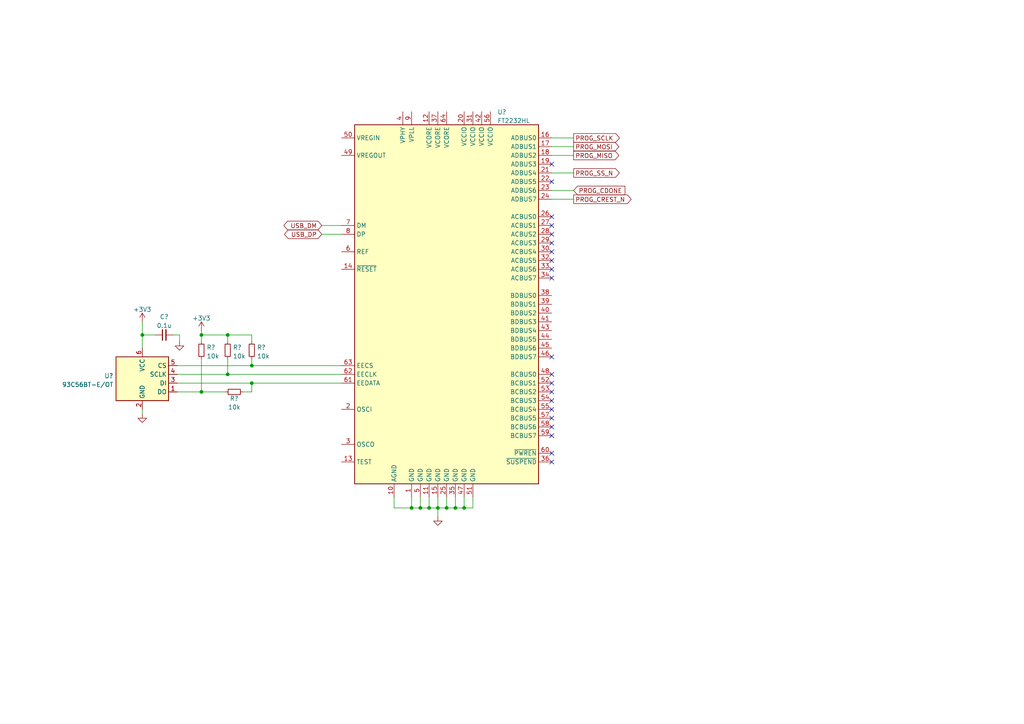
<source format=kicad_sch>
(kicad_sch (version 20211123) (generator eeschema)
  (paper "A4")
  (lib_symbols
    (symbol "Arduino Shields:93C56BT-E{slash}OT"
      (property "Reference" "U?" (at -8.3819 -0.4353 0))
      (property "Value" "93C56BT-E/OT" (at -8.3819 -2.9722 0))
      (symbol "93C56BT-E{slash}OT_1_1"
        (rectangle (start -7.62 5.08) (end 7.62 -7.62) (stroke (width 0.254)) (fill (type background)))
        (pin tri_state line (at 10.16 -5.08 180) (length 2.54) (name "DO") (number "1"))
        (pin power_in line (at 0 -10.16 90) (length 2.54) (name "GND") (number "2"))
        (pin input line (at 10.16 -2.54 180) (length 2.54) (name "DI") (number "3"))
        (pin input line (at 10.16 0 180) (length 2.54) (name "SCLK") (number "4"))
        (pin input line (at 10.16 2.54 180) (length 2.54) (name "CS") (number "5"))
        (pin power_in line (at 0 7.62 270) (length 2.54) (name "VCC") (number "6"))
      )
    )
    (symbol "Device:C_Small" (pin_numbers hide) (pin_names (offset 0.254) hide)
      (property "Reference" "C" (at 0.254 1.778 0))
      (property "Value" "C_Small" (at 0.254 -2.032 0))
      (symbol "C_Small_0_1"
        (polyline (pts (xy -1.524 -0.508) (xy 1.524 -0.508)) (stroke (width 0.3302)))
        (polyline (pts (xy -1.524 0.508) (xy 1.524 0.508)) (stroke (width 0.3048)))
      )
      (symbol "C_Small_1_1"
        (pin passive line (at 0 2.54 270) (length 2.032) (name "~") (number "1"))
        (pin passive line (at 0 -2.54 90) (length 2.032) (name "~") (number "2"))
      )
    )
    (symbol "Device:R_Small" (pin_numbers hide) (pin_names (offset 0.254) hide)
      (property "Reference" "R" (at 0.762 0.508 0))
      (property "Value" "R_Small" (at 0.762 -1.016 0))
      (symbol "R_Small_0_1"
        (rectangle (start -0.762 1.778) (end 0.762 -1.778) (stroke (width 0.2032)))
      )
      (symbol "R_Small_1_1"
        (pin passive line (at 0 2.54 270) (length 0.762) (name "~") (number "1"))
        (pin passive line (at 0 -2.54 90) (length 0.762) (name "~") (number "2"))
      )
    )
    (symbol "Interface_USB:FT2232HL"
      (property "Reference" "U" (at -26.67 53.34 0))
      (property "Value" "FT2232HL" (at 19.05 53.34 0))
      (symbol "FT2232HL_0_1"
        (rectangle (start -26.67 -52.07) (end 26.67 52.07) (stroke (width 0.254)) (fill (type background)))
      )
      (symbol "FT2232HL_1_1"
        (pin power_in line (at -10.16 -55.88 90) (length 3.81) (name "GND") (number "1"))
        (pin power_in line (at -15.24 -55.88 90) (length 3.81) (name "AGND") (number "10"))
        (pin power_in line (at -5.08 -55.88 90) (length 3.81) (name "GND") (number "11"))
        (pin power_in line (at -5.08 55.88 270) (length 3.81) (name "VCORE") (number "12"))
        (pin input line (at -30.48 -45.72 0) (length 3.81) (name "TEST") (number "13"))
        (pin input line (at -30.48 10.16 0) (length 3.81) (name "~{RESET}") (number "14"))
        (pin power_in line (at -2.54 -55.88 90) (length 3.81) (name "GND") (number "15"))
        (pin bidirectional line (at 30.48 48.26 180) (length 3.81) (name "ADBUS0") (number "16"))
        (pin bidirectional line (at 30.48 45.72 180) (length 3.81) (name "ADBUS1") (number "17"))
        (pin bidirectional line (at 30.48 43.18 180) (length 3.81) (name "ADBUS2") (number "18"))
        (pin bidirectional line (at 30.48 40.64 180) (length 3.81) (name "ADBUS3") (number "19"))
        (pin input line (at -30.48 -30.48 0) (length 3.81) (name "OSCI") (number "2"))
        (pin power_in line (at 5.08 55.88 270) (length 3.81) (name "VCCIO") (number "20"))
        (pin bidirectional line (at 30.48 38.1 180) (length 3.81) (name "ADBUS4") (number "21"))
        (pin bidirectional line (at 30.48 35.56 180) (length 3.81) (name "ADBUS5") (number "22"))
        (pin bidirectional line (at 30.48 33.02 180) (length 3.81) (name "ADBUS6") (number "23"))
        (pin bidirectional line (at 30.48 30.48 180) (length 3.81) (name "ADBUS7") (number "24"))
        (pin power_in line (at 0 -55.88 90) (length 3.81) (name "GND") (number "25"))
        (pin bidirectional line (at 30.48 25.4 180) (length 3.81) (name "ACBUS0") (number "26"))
        (pin bidirectional line (at 30.48 22.86 180) (length 3.81) (name "ACBUS1") (number "27"))
        (pin bidirectional line (at 30.48 20.32 180) (length 3.81) (name "ACBUS2") (number "28"))
        (pin bidirectional line (at 30.48 17.78 180) (length 3.81) (name "ACBUS3") (number "29"))
        (pin output line (at -30.48 -40.64 0) (length 3.81) (name "OSCO") (number "3"))
        (pin bidirectional line (at 30.48 15.24 180) (length 3.81) (name "ACBUS4") (number "30"))
        (pin power_in line (at 7.62 55.88 270) (length 3.81) (name "VCCIO") (number "31"))
        (pin bidirectional line (at 30.48 12.7 180) (length 3.81) (name "ACBUS5") (number "32"))
        (pin bidirectional line (at 30.48 10.16 180) (length 3.81) (name "ACBUS6") (number "33"))
        (pin bidirectional line (at 30.48 7.62 180) (length 3.81) (name "ACBUS7") (number "34"))
        (pin power_in line (at 2.54 -55.88 90) (length 3.81) (name "GND") (number "35"))
        (pin output line (at 30.48 -45.72 180) (length 3.81) (name "~{SUSPEND}") (number "36"))
        (pin power_in line (at -2.54 55.88 270) (length 3.81) (name "VCORE") (number "37"))
        (pin bidirectional line (at 30.48 2.54 180) (length 3.81) (name "BDBUS0") (number "38"))
        (pin bidirectional line (at 30.48 0 180) (length 3.81) (name "BDBUS1") (number "39"))
        (pin power_in line (at -12.7 55.88 270) (length 3.81) (name "VPHY") (number "4"))
        (pin bidirectional line (at 30.48 -2.54 180) (length 3.81) (name "BDBUS2") (number "40"))
        (pin bidirectional line (at 30.48 -5.08 180) (length 3.81) (name "BDBUS3") (number "41"))
        (pin power_in line (at 10.16 55.88 270) (length 3.81) (name "VCCIO") (number "42"))
        (pin bidirectional line (at 30.48 -7.62 180) (length 3.81) (name "BDBUS4") (number "43"))
        (pin bidirectional line (at 30.48 -10.16 180) (length 3.81) (name "BDBUS5") (number "44"))
        (pin bidirectional line (at 30.48 -12.7 180) (length 3.81) (name "BDBUS6") (number "45"))
        (pin bidirectional line (at 30.48 -15.24 180) (length 3.81) (name "BDBUS7") (number "46"))
        (pin power_in line (at 5.08 -55.88 90) (length 3.81) (name "GND") (number "47"))
        (pin bidirectional line (at 30.48 -20.32 180) (length 3.81) (name "BCBUS0") (number "48"))
        (pin power_out line (at -30.48 43.18 0) (length 3.81) (name "VREGOUT") (number "49"))
        (pin power_in line (at -7.62 -55.88 90) (length 3.81) (name "GND") (number "5"))
        (pin power_in line (at -30.48 48.26 0) (length 3.81) (name "VREGIN") (number "50"))
        (pin power_in line (at 7.62 -55.88 90) (length 3.81) (name "GND") (number "51"))
        (pin bidirectional line (at 30.48 -22.86 180) (length 3.81) (name "BCBUS1") (number "52"))
        (pin bidirectional line (at 30.48 -25.4 180) (length 3.81) (name "BCBUS2") (number "53"))
        (pin bidirectional line (at 30.48 -27.94 180) (length 3.81) (name "BCBUS3") (number "54"))
        (pin bidirectional line (at 30.48 -30.48 180) (length 3.81) (name "BCBUS4") (number "55"))
        (pin power_in line (at 12.7 55.88 270) (length 3.81) (name "VCCIO") (number "56"))
        (pin bidirectional line (at 30.48 -33.02 180) (length 3.81) (name "BCBUS5") (number "57"))
        (pin bidirectional line (at 30.48 -35.56 180) (length 3.81) (name "BCBUS6") (number "58"))
        (pin bidirectional line (at 30.48 -38.1 180) (length 3.81) (name "BCBUS7") (number "59"))
        (pin output line (at -30.48 15.24 0) (length 3.81) (name "REF") (number "6"))
        (pin output line (at 30.48 -43.18 180) (length 3.81) (name "~{PWREN}") (number "60"))
        (pin bidirectional line (at -30.48 -22.86 0) (length 3.81) (name "EEDATA") (number "61"))
        (pin output line (at -30.48 -20.32 0) (length 3.81) (name "EECLK") (number "62"))
        (pin output line (at -30.48 -17.78 0) (length 3.81) (name "EECS") (number "63"))
        (pin power_in line (at 0 55.88 270) (length 3.81) (name "VCORE") (number "64"))
        (pin bidirectional line (at -30.48 22.86 0) (length 3.81) (name "DM") (number "7"))
        (pin bidirectional line (at -30.48 20.32 0) (length 3.81) (name "DP") (number "8"))
        (pin input line (at -10.16 55.88 270) (length 3.81) (name "VPLL") (number "9"))
      )
    )
    (symbol "power:+3V3" (power) (pin_names (offset 0))
      (property "Value" "+3V3" (at 0 3.556 0))
      (symbol "+3V3_0_1"
        (polyline (pts (xy -0.762 1.27) (xy 0 2.54)))
        (polyline (pts (xy 0 0) (xy 0 2.54)))
        (polyline (pts (xy 0 2.54) (xy 0.762 1.27)))
      )
      (symbol "+3V3_1_1"
        (pin power_in line (at 0 0 90) (length 0) hide (name "+3V3") (number "1"))
      )
    )
    (symbol "power:GND" (power) (pin_names (offset 0))
      (property "Value" "GND" (at 0 -3.81 0))
      (symbol "GND_0_1"
        (polyline (pts (xy 0 0) (xy 0 -1.27) (xy 1.27 -1.27) (xy 0 -2.54) (xy -1.27 -1.27) (xy 0 -1.27)))
      )
      (symbol "GND_1_1"
        (pin power_in line (at 0 0 270) (length 0) hide (name "GND") (number "1"))
      )
    )
  )
  (junction (at 121.92 147.32))
  (junction (at 134.62 147.32))
  (junction (at 58.42 97.155))
  (junction (at 41.275 97.155))
  (junction (at 129.54 147.32))
  (junction (at 119.38 147.32))
  (junction (at 124.46 147.32))
  (junction (at 66.04 97.155))
  (junction (at 127 147.32))
  (junction (at 66.04 108.585))
  (junction (at 73.025 111.125))
  (junction (at 58.42 113.665))
  (junction (at 132.08 147.32))
  (junction (at 73.025 106.045))
  (no_connect (at 160.02 67.945))
  (no_connect (at 160.02 113.665))
  (no_connect (at 160.02 73.025))
  (no_connect (at 160.02 123.825))
  (no_connect (at 160.02 65.405))
  (no_connect (at 160.02 80.645))
  (no_connect (at 160.02 126.365))
  (no_connect (at 160.02 62.865))
  (no_connect (at 160.02 108.585))
  (no_connect (at 160.02 111.125))
  (no_connect (at 160.02 47.625))
  (no_connect (at 160.02 103.505))
  (no_connect (at 160.02 75.565))
  (no_connect (at 160.02 70.485))
  (no_connect (at 160.02 118.745))
  (no_connect (at 160.02 121.285))
  (no_connect (at 160.02 52.705))
  (no_connect (at 160.02 78.105))
  (no_connect (at 160.02 131.445))
  (no_connect (at 160.02 116.205))
  (no_connect (at 160.02 133.985))
  (wire (pts (xy 121.92 147.32) (xy 124.46 147.32)))
  (wire (pts (xy 132.08 147.32) (xy 134.62 147.32)))
  (wire (pts (xy 51.435 108.585) (xy 66.04 108.585)))
  (wire (pts (xy 119.38 144.145) (xy 119.38 147.32)))
  (wire (pts (xy 58.42 104.14) (xy 58.42 113.665)))
  (wire (pts (xy 66.04 108.585) (xy 99.06 108.585)))
  (wire (pts (xy 73.025 113.665) (xy 73.025 111.125)))
  (wire (pts (xy 58.42 97.155) (xy 58.42 95.885)))
  (wire (pts (xy 58.42 113.665) (xy 65.405 113.665)))
  (wire (pts (xy 129.54 147.32) (xy 132.08 147.32)))
  (wire (pts (xy 137.16 147.32) (xy 137.16 144.145)))
  (wire (pts (xy 58.42 97.155) (xy 58.42 99.06)))
  (wire (pts (xy 66.04 97.155) (xy 58.42 97.155)))
  (wire (pts (xy 134.62 144.145) (xy 134.62 147.32)))
  (wire (pts (xy 127 144.145) (xy 127 147.32)))
  (wire (pts (xy 66.04 97.155) (xy 66.04 99.06)))
  (wire (pts (xy 129.54 144.145) (xy 129.54 147.32)))
  (wire (pts (xy 124.46 144.145) (xy 124.46 147.32)))
  (wire (pts (xy 45.085 97.155) (xy 41.275 97.155)))
  (wire (pts (xy 93.345 65.405) (xy 99.06 65.405)))
  (wire (pts (xy 127 147.32) (xy 127 149.86)))
  (wire (pts (xy 73.025 97.155) (xy 66.04 97.155)))
  (wire (pts (xy 73.025 104.14) (xy 73.025 106.045)))
  (wire (pts (xy 160.02 57.785) (xy 166.37 57.785)))
  (wire (pts (xy 51.435 111.125) (xy 73.025 111.125)))
  (wire (pts (xy 124.46 147.32) (xy 127 147.32)))
  (wire (pts (xy 132.08 144.145) (xy 132.08 147.32)))
  (wire (pts (xy 73.025 106.045) (xy 99.06 106.045)))
  (wire (pts (xy 93.345 67.945) (xy 99.06 67.945)))
  (wire (pts (xy 160.02 50.165) (xy 166.37 50.165)))
  (wire (pts (xy 160.02 45.085) (xy 166.37 45.085)))
  (wire (pts (xy 73.025 99.06) (xy 73.025 97.155)))
  (wire (pts (xy 114.3 147.32) (xy 119.38 147.32)))
  (wire (pts (xy 52.07 97.155) (xy 52.07 99.06)))
  (wire (pts (xy 51.435 113.665) (xy 58.42 113.665)))
  (wire (pts (xy 160.02 40.005) (xy 166.37 40.005)))
  (wire (pts (xy 51.435 106.045) (xy 73.025 106.045)))
  (wire (pts (xy 127 147.32) (xy 129.54 147.32)))
  (wire (pts (xy 114.3 147.32) (xy 114.3 144.145)))
  (wire (pts (xy 41.275 97.155) (xy 41.275 100.965)))
  (wire (pts (xy 121.92 144.145) (xy 121.92 147.32)))
  (wire (pts (xy 41.275 97.155) (xy 41.275 93.345)))
  (wire (pts (xy 50.165 97.155) (xy 52.07 97.155)))
  (wire (pts (xy 160.02 42.545) (xy 166.37 42.545)))
  (wire (pts (xy 160.02 55.245) (xy 166.37 55.245)))
  (wire (pts (xy 73.025 111.125) (xy 99.06 111.125)))
  (wire (pts (xy 119.38 147.32) (xy 121.92 147.32)))
  (wire (pts (xy 70.485 113.665) (xy 73.025 113.665)))
  (wire (pts (xy 66.04 104.14) (xy 66.04 108.585)))
  (wire (pts (xy 134.62 147.32) (xy 137.16 147.32)))
  (wire (pts (xy 41.275 118.745) (xy 41.275 120.015)))
  (global_label "USB_DM" (shape bidirectional) (at 93.345 65.405 180) (property "Intersheet References" "${INTERSHEET_REFS}" (effects hide)))
  (global_label "PROG_SCLK" (shape output) (at 166.37 40.005 0) (property "Intersheet References" "${INTERSHEET_REFS}" (effects hide)))
  (global_label "USB_DP" (shape bidirectional) (at 93.345 67.945 180) (property "Intersheet References" "${INTERSHEET_REFS}" (effects hide)))
  (global_label "PROG_MOSI" (shape output) (at 166.37 42.545 0) (property "Intersheet References" "${INTERSHEET_REFS}" (effects hide)))
  (global_label "PROG_MISO" (shape output) (at 166.37 45.085 0) (property "Intersheet References" "${INTERSHEET_REFS}" (effects hide)))
  (global_label "PROG_CREST_N" (shape output) (at 166.37 57.785 0) (property "Intersheet References" "${INTERSHEET_REFS}" (effects hide)))
  (global_label "PROG_CDONE" (shape input) (at 166.37 55.245 0) (property "Intersheet References" "${INTERSHEET_REFS}" (effects hide)))
  (global_label "PROG_SS_N" (shape output) (at 166.37 50.165 0) (property "Intersheet References" "${INTERSHEET_REFS}" (effects hide)))
  (symbol (lib_id "power:GND") (at 52.07 99.06 0) (mirror y) (unit 1)
    (property "Reference" "#PWR?" (effects hide))
    (property "Value" "GND" (effects hide))
  )
  (symbol (lib_id "Device:R_Small") (at 58.42 101.6 0) (unit 1)
    (property "Reference" "R?" (at 59.9186 100.7653 0) (effects (justify left)))
    (property "Value" "10k" (at 59.9186 103.3022 0) (effects (justify left)))
  )
  (symbol (lib_id "Interface_USB:FT2232HL") (at 129.54 88.265 0) (unit 1)
    (property "Reference" "U?" (at 144.2594 32.4952 0) (effects (justify left)))
    (property "Value" "FT2232HL" (at 144.2594 35.0321 0) (effects (justify left)))
    (property "Footprint" "Package_QFP:LQFP-64_10x10mm_P0.5mm" (effects hide))
    (property "Datasheet" "https://www.ftdichip.com/Support/Documents/DataSheets/ICs/DS_FT2232H.pdf" (effects hide))
  )
  (symbol (lib_id "power:GND") (at 127 149.86 0) (mirror y) (unit 1)
    (property "Reference" "#PWR?" (effects hide))
    (property "Value" "GND" (effects hide))
  )
  (symbol (lib_id "Device:C_Small") (at 47.625 97.155 90) (unit 1)
    (property "Reference" "C?" (at 47.6313 91.8931 90))
    (property "Value" "0.1u" (at 47.6313 94.43 90))
  )
  (symbol (lib_id "Arduino Shields:93C56BT-E{slash}OT") (at 41.275 108.585 0) (unit 1)
    (property "Reference" "U?" (at 32.8931 109.0203 0) (effects (justify right)))
    (property "Value" "93C56BT-E/OT" (at 32.8931 111.5572 0) (effects (justify right)))
    (property "Footprint" "Package_TO_SOT_SMD:SOT-23-6" (effects hide))
    (property "Datasheet" "https://www.mouser.fr/datasheet/2/268/21794b-74044.pdf" (effects hide))
  )
  (symbol (lib_id "Device:R_Small") (at 66.04 101.6 0) (unit 1)
    (property "Reference" "R?" (at 67.5386 100.7653 0) (effects (justify left)))
    (property "Value" "10k" (at 67.5386 103.3022 0) (effects (justify left)))
  )
  (symbol (lib_id "power:+3V3") (at 41.275 93.345 0) (mirror y) (unit 1)
    (property "Reference" "#PWR?" (effects hide))
    (property "Value" "+3V3" (at 41.275 89.7692 0))
  )
  (symbol (lib_id "Device:R_Small") (at 73.025 101.6 0) (unit 1)
    (property "Reference" "R?" (at 74.5236 100.7653 0) (effects (justify left)))
    (property "Value" "10k" (at 74.5236 103.3022 0) (effects (justify left)))
  )
  (symbol (lib_id "power:GND") (at 41.275 120.015 0) (mirror y) (unit 1)
    (property "Reference" "#PWR?" (effects hide))
    (property "Value" "GND" (effects hide))
  )
  (symbol (lib_id "power:+3V3") (at 58.42 95.885 0) (mirror y) (unit 1)
    (property "Reference" "#PWR?" (effects hide))
    (property "Value" "+3V3" (at 58.42 92.3092 0))
  )
  (symbol (lib_id "Device:R_Small") (at 67.945 113.665 270) (unit 1)
    (property "Reference" "R?" (at 67.945 115.5731 90))
    (property "Value" "10k" (at 67.945 118.11 90))
  )
)
</source>
